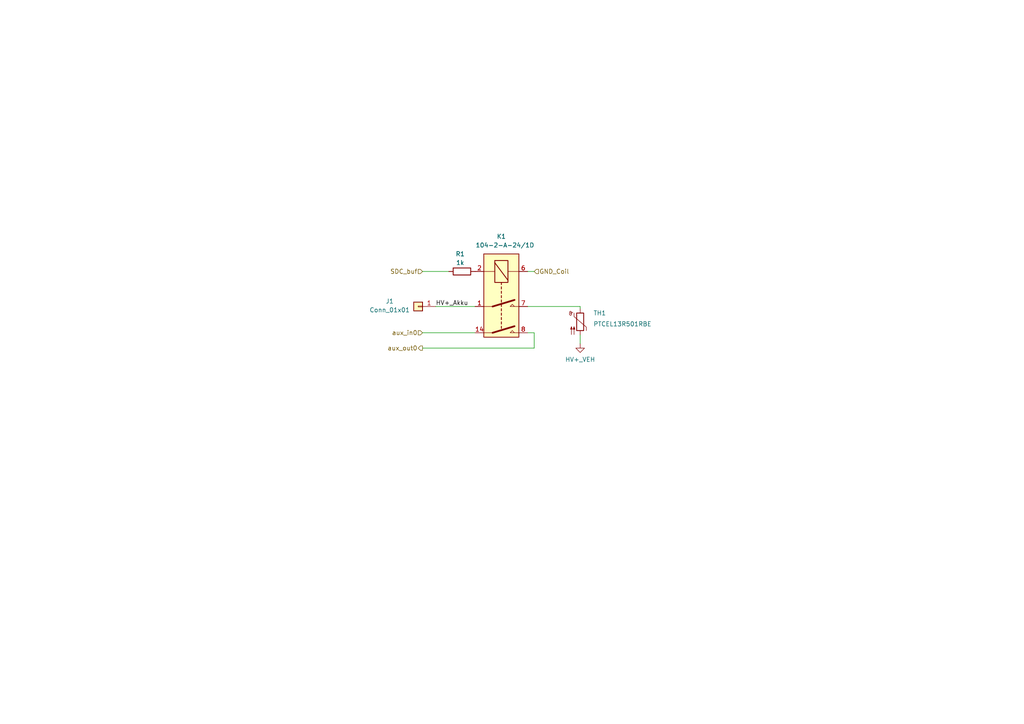
<source format=kicad_sch>
(kicad_sch
	(version 20231120)
	(generator "eeschema")
	(generator_version "8.0")
	(uuid "ab3adbd4-6086-4416-bada-760da338c591")
	(paper "A4")
	(lib_symbols
		(symbol "Connector_Generic:Conn_01x01"
			(pin_names
				(offset 1.016) hide)
			(exclude_from_sim no)
			(in_bom yes)
			(on_board yes)
			(property "Reference" "J"
				(at 0 2.54 0)
				(effects
					(font
						(size 1.27 1.27)
					)
				)
			)
			(property "Value" "Conn_01x01"
				(at 0 -2.54 0)
				(effects
					(font
						(size 1.27 1.27)
					)
				)
			)
			(property "Footprint" ""
				(at 0 0 0)
				(effects
					(font
						(size 1.27 1.27)
					)
					(hide yes)
				)
			)
			(property "Datasheet" "~"
				(at 0 0 0)
				(effects
					(font
						(size 1.27 1.27)
					)
					(hide yes)
				)
			)
			(property "Description" "Generic connector, single row, 01x01, script generated (kicad-library-utils/schlib/autogen/connector/)"
				(at 0 0 0)
				(effects
					(font
						(size 1.27 1.27)
					)
					(hide yes)
				)
			)
			(property "ki_keywords" "connector"
				(at 0 0 0)
				(effects
					(font
						(size 1.27 1.27)
					)
					(hide yes)
				)
			)
			(property "ki_fp_filters" "Connector*:*_1x??_*"
				(at 0 0 0)
				(effects
					(font
						(size 1.27 1.27)
					)
					(hide yes)
				)
			)
			(symbol "Conn_01x01_1_1"
				(rectangle
					(start -1.27 0.127)
					(end 0 -0.127)
					(stroke
						(width 0.1524)
						(type default)
					)
					(fill
						(type none)
					)
				)
				(rectangle
					(start -1.27 1.27)
					(end 1.27 -1.27)
					(stroke
						(width 0.254)
						(type default)
					)
					(fill
						(type background)
					)
				)
				(pin passive line
					(at -5.08 0 0)
					(length 3.81)
					(name "Pin_1"
						(effects
							(font
								(size 1.27 1.27)
							)
						)
					)
					(number "1"
						(effects
							(font
								(size 1.27 1.27)
							)
						)
					)
				)
			)
		)
		(symbol "Device:R"
			(pin_numbers hide)
			(pin_names
				(offset 0)
			)
			(exclude_from_sim no)
			(in_bom yes)
			(on_board yes)
			(property "Reference" "R"
				(at 2.032 0 90)
				(effects
					(font
						(size 1.27 1.27)
					)
				)
			)
			(property "Value" "R"
				(at 0 0 90)
				(effects
					(font
						(size 1.27 1.27)
					)
				)
			)
			(property "Footprint" ""
				(at -1.778 0 90)
				(effects
					(font
						(size 1.27 1.27)
					)
					(hide yes)
				)
			)
			(property "Datasheet" "~"
				(at 0 0 0)
				(effects
					(font
						(size 1.27 1.27)
					)
					(hide yes)
				)
			)
			(property "Description" "Resistor"
				(at 0 0 0)
				(effects
					(font
						(size 1.27 1.27)
					)
					(hide yes)
				)
			)
			(property "ki_keywords" "R res resistor"
				(at 0 0 0)
				(effects
					(font
						(size 1.27 1.27)
					)
					(hide yes)
				)
			)
			(property "ki_fp_filters" "R_*"
				(at 0 0 0)
				(effects
					(font
						(size 1.27 1.27)
					)
					(hide yes)
				)
			)
			(symbol "R_0_1"
				(rectangle
					(start -1.016 -2.54)
					(end 1.016 2.54)
					(stroke
						(width 0.254)
						(type default)
					)
					(fill
						(type none)
					)
				)
			)
			(symbol "R_1_1"
				(pin passive line
					(at 0 3.81 270)
					(length 1.27)
					(name "~"
						(effects
							(font
								(size 1.27 1.27)
							)
						)
					)
					(number "1"
						(effects
							(font
								(size 1.27 1.27)
							)
						)
					)
				)
				(pin passive line
					(at 0 -3.81 90)
					(length 1.27)
					(name "~"
						(effects
							(font
								(size 1.27 1.27)
							)
						)
					)
					(number "2"
						(effects
							(font
								(size 1.27 1.27)
							)
						)
					)
				)
			)
		)
		(symbol "Device:Thermistor_PTC"
			(pin_numbers hide)
			(pin_names
				(offset 0)
			)
			(exclude_from_sim no)
			(in_bom yes)
			(on_board yes)
			(property "Reference" "TH"
				(at -4.064 0 90)
				(effects
					(font
						(size 1.27 1.27)
					)
				)
			)
			(property "Value" "Thermistor_PTC"
				(at 3.048 0 90)
				(effects
					(font
						(size 1.27 1.27)
					)
				)
			)
			(property "Footprint" ""
				(at 1.27 -5.08 0)
				(effects
					(font
						(size 1.27 1.27)
					)
					(justify left)
					(hide yes)
				)
			)
			(property "Datasheet" "~"
				(at 0 0 0)
				(effects
					(font
						(size 1.27 1.27)
					)
					(hide yes)
				)
			)
			(property "Description" "Temperature dependent resistor, positive temperature coefficient"
				(at 0 0 0)
				(effects
					(font
						(size 1.27 1.27)
					)
					(hide yes)
				)
			)
			(property "ki_keywords" "resistor PTC thermistor sensor RTD"
				(at 0 0 0)
				(effects
					(font
						(size 1.27 1.27)
					)
					(hide yes)
				)
			)
			(property "ki_fp_filters" "*PTC* *Thermistor* PIN?ARRAY* bornier* *Terminal?Block* R_*"
				(at 0 0 0)
				(effects
					(font
						(size 1.27 1.27)
					)
					(hide yes)
				)
			)
			(symbol "Thermistor_PTC_0_1"
				(arc
					(start -3.048 2.159)
					(mid -3.0495 2.3143)
					(end -3.175 2.413)
					(stroke
						(width 0)
						(type default)
					)
					(fill
						(type none)
					)
				)
				(arc
					(start -3.048 2.159)
					(mid -2.9736 1.9794)
					(end -2.794 1.905)
					(stroke
						(width 0)
						(type default)
					)
					(fill
						(type none)
					)
				)
				(arc
					(start -3.048 2.794)
					(mid -2.9736 2.6144)
					(end -2.794 2.54)
					(stroke
						(width 0)
						(type default)
					)
					(fill
						(type none)
					)
				)
				(arc
					(start -2.794 1.905)
					(mid -2.6144 1.9794)
					(end -2.54 2.159)
					(stroke
						(width 0)
						(type default)
					)
					(fill
						(type none)
					)
				)
				(arc
					(start -2.794 2.54)
					(mid -2.4393 2.5587)
					(end -2.159 2.794)
					(stroke
						(width 0)
						(type default)
					)
					(fill
						(type none)
					)
				)
				(arc
					(start -2.794 3.048)
					(mid -2.9736 2.9736)
					(end -3.048 2.794)
					(stroke
						(width 0)
						(type default)
					)
					(fill
						(type none)
					)
				)
				(arc
					(start -2.54 2.794)
					(mid -2.6144 2.9736)
					(end -2.794 3.048)
					(stroke
						(width 0)
						(type default)
					)
					(fill
						(type none)
					)
				)
				(rectangle
					(start -1.016 2.54)
					(end 1.016 -2.54)
					(stroke
						(width 0.254)
						(type default)
					)
					(fill
						(type none)
					)
				)
				(polyline
					(pts
						(xy -2.54 2.159) (xy -2.54 2.794)
					)
					(stroke
						(width 0)
						(type default)
					)
					(fill
						(type none)
					)
				)
				(polyline
					(pts
						(xy -1.778 2.54) (xy -1.778 1.524) (xy 1.778 -1.524) (xy 1.778 -2.54)
					)
					(stroke
						(width 0)
						(type default)
					)
					(fill
						(type none)
					)
				)
				(polyline
					(pts
						(xy -2.54 -3.683) (xy -2.54 -1.397) (xy -2.794 -2.159) (xy -2.286 -2.159) (xy -2.54 -1.397) (xy -2.54 -1.651)
					)
					(stroke
						(width 0)
						(type default)
					)
					(fill
						(type outline)
					)
				)
				(polyline
					(pts
						(xy -1.778 -3.683) (xy -1.778 -1.397) (xy -2.032 -2.159) (xy -1.524 -2.159) (xy -1.778 -1.397)
						(xy -1.778 -1.651)
					)
					(stroke
						(width 0)
						(type default)
					)
					(fill
						(type outline)
					)
				)
			)
			(symbol "Thermistor_PTC_1_1"
				(pin passive line
					(at 0 3.81 270)
					(length 1.27)
					(name "~"
						(effects
							(font
								(size 1.27 1.27)
							)
						)
					)
					(number "1"
						(effects
							(font
								(size 1.27 1.27)
							)
						)
					)
				)
				(pin passive line
					(at 0 -3.81 90)
					(length 1.27)
					(name "~"
						(effects
							(font
								(size 1.27 1.27)
							)
						)
					)
					(number "2"
						(effects
							(font
								(size 1.27 1.27)
							)
						)
					)
				)
			)
		)
		(symbol "Relay:DIPxx-2Axx-21x"
			(exclude_from_sim no)
			(in_bom yes)
			(on_board yes)
			(property "Reference" "K"
				(at 12.7 3.81 0)
				(effects
					(font
						(size 1.27 1.27)
					)
					(justify left)
				)
			)
			(property "Value" "DIPxx-2Axx-21x"
				(at 12.7 1.27 0)
				(effects
					(font
						(size 1.27 1.27)
					)
					(justify left)
				)
			)
			(property "Footprint" "Relay_THT:Relay_StandexMeder_DIP_LowProfile"
				(at 12.7 -1.27 0)
				(effects
					(font
						(size 1.27 1.27)
					)
					(justify left)
					(hide yes)
				)
			)
			(property "Datasheet" "https://standexelectronics.com/wp-content/uploads/datasheet_reed_relay_DIP.pdf"
				(at 0 0 0)
				(effects
					(font
						(size 1.27 1.27)
					)
					(hide yes)
				)
			)
			(property "Description" "Standex Meder DIP reed relay, DPST, Closing Contacts"
				(at 0 0 0)
				(effects
					(font
						(size 1.27 1.27)
					)
					(hide yes)
				)
			)
			(property "ki_keywords" "Single Pole Reed Relay DPST"
				(at 0 0 0)
				(effects
					(font
						(size 1.27 1.27)
					)
					(hide yes)
				)
			)
			(property "ki_fp_filters" "Relay*StandexMeder*DIP*LowProfile*"
				(at 0 0 0)
				(effects
					(font
						(size 1.27 1.27)
					)
					(hide yes)
				)
			)
			(symbol "DIPxx-2Axx-21x_0_0"
				(polyline
					(pts
						(xy 2.54 5.08) (xy 2.54 2.54) (xy 1.905 3.175) (xy 2.54 3.81)
					)
					(stroke
						(width 0)
						(type default)
					)
					(fill
						(type none)
					)
				)
				(polyline
					(pts
						(xy 10.16 5.08) (xy 10.16 2.54) (xy 9.525 3.175) (xy 10.16 3.81)
					)
					(stroke
						(width 0)
						(type default)
					)
					(fill
						(type none)
					)
				)
			)
			(symbol "DIPxx-2Axx-21x_0_1"
				(rectangle
					(start -12.7 5.08)
					(end 11.43 -5.08)
					(stroke
						(width 0.254)
						(type default)
					)
					(fill
						(type background)
					)
				)
				(rectangle
					(start -10.795 1.905)
					(end -4.445 -1.905)
					(stroke
						(width 0.254)
						(type default)
					)
					(fill
						(type none)
					)
				)
				(polyline
					(pts
						(xy -10.16 -1.905) (xy -5.08 1.905)
					)
					(stroke
						(width 0.254)
						(type default)
					)
					(fill
						(type none)
					)
				)
				(polyline
					(pts
						(xy -7.62 -5.08) (xy -7.62 -1.905)
					)
					(stroke
						(width 0)
						(type default)
					)
					(fill
						(type none)
					)
				)
				(polyline
					(pts
						(xy -7.62 5.08) (xy -7.62 1.905)
					)
					(stroke
						(width 0)
						(type default)
					)
					(fill
						(type none)
					)
				)
				(polyline
					(pts
						(xy -4.445 0) (xy -3.81 0)
					)
					(stroke
						(width 0.254)
						(type default)
					)
					(fill
						(type none)
					)
				)
				(polyline
					(pts
						(xy -3.175 0) (xy -2.54 0)
					)
					(stroke
						(width 0.254)
						(type default)
					)
					(fill
						(type none)
					)
				)
				(polyline
					(pts
						(xy -1.905 0) (xy -1.27 0)
					)
					(stroke
						(width 0.254)
						(type default)
					)
					(fill
						(type none)
					)
				)
				(polyline
					(pts
						(xy -0.635 0) (xy 0 0)
					)
					(stroke
						(width 0.254)
						(type default)
					)
					(fill
						(type none)
					)
				)
				(polyline
					(pts
						(xy 0.635 0) (xy 1.27 0)
					)
					(stroke
						(width 0.254)
						(type default)
					)
					(fill
						(type none)
					)
				)
				(polyline
					(pts
						(xy 1.905 0) (xy 2.54 0)
					)
					(stroke
						(width 0.254)
						(type default)
					)
					(fill
						(type none)
					)
				)
				(polyline
					(pts
						(xy 2.54 -2.54) (xy 0.635 3.81)
					)
					(stroke
						(width 0.508)
						(type default)
					)
					(fill
						(type none)
					)
				)
				(polyline
					(pts
						(xy 2.54 -2.54) (xy 2.54 -5.08)
					)
					(stroke
						(width 0)
						(type default)
					)
					(fill
						(type none)
					)
				)
				(polyline
					(pts
						(xy 3.175 0) (xy 3.81 0)
					)
					(stroke
						(width 0.254)
						(type default)
					)
					(fill
						(type none)
					)
				)
				(polyline
					(pts
						(xy 4.445 0) (xy 5.08 0)
					)
					(stroke
						(width 0.254)
						(type default)
					)
					(fill
						(type none)
					)
				)
				(polyline
					(pts
						(xy 5.715 0) (xy 6.35 0)
					)
					(stroke
						(width 0.254)
						(type default)
					)
					(fill
						(type none)
					)
				)
				(polyline
					(pts
						(xy 6.985 0) (xy 7.62 0)
					)
					(stroke
						(width 0.254)
						(type default)
					)
					(fill
						(type none)
					)
				)
				(polyline
					(pts
						(xy 8.255 0) (xy 8.89 0)
					)
					(stroke
						(width 0.254)
						(type default)
					)
					(fill
						(type none)
					)
				)
				(polyline
					(pts
						(xy 10.16 -2.54) (xy 8.255 3.81)
					)
					(stroke
						(width 0.508)
						(type default)
					)
					(fill
						(type none)
					)
				)
				(polyline
					(pts
						(xy 10.16 -2.54) (xy 10.16 -5.08)
					)
					(stroke
						(width 0)
						(type default)
					)
					(fill
						(type none)
					)
				)
			)
			(symbol "DIPxx-2Axx-21x_1_1"
				(pin passive line
					(at 2.54 -7.62 90)
					(length 2.54)
					(name "~"
						(effects
							(font
								(size 1.27 1.27)
							)
						)
					)
					(number "1"
						(effects
							(font
								(size 1.27 1.27)
							)
						)
					)
				)
				(pin passive line
					(at 10.16 -7.62 90)
					(length 2.54)
					(name "~"
						(effects
							(font
								(size 1.27 1.27)
							)
						)
					)
					(number "14"
						(effects
							(font
								(size 1.27 1.27)
							)
						)
					)
				)
				(pin passive line
					(at -7.62 -7.62 90)
					(length 2.54)
					(name "~"
						(effects
							(font
								(size 1.27 1.27)
							)
						)
					)
					(number "2"
						(effects
							(font
								(size 1.27 1.27)
							)
						)
					)
				)
				(pin passive line
					(at -7.62 7.62 270)
					(length 2.54)
					(name "~"
						(effects
							(font
								(size 1.27 1.27)
							)
						)
					)
					(number "6"
						(effects
							(font
								(size 1.27 1.27)
							)
						)
					)
				)
				(pin passive line
					(at 2.54 7.62 270)
					(length 2.54)
					(name "~"
						(effects
							(font
								(size 1.27 1.27)
							)
						)
					)
					(number "7"
						(effects
							(font
								(size 1.27 1.27)
							)
						)
					)
				)
				(pin passive line
					(at 10.16 7.62 270)
					(length 2.54)
					(name "~"
						(effects
							(font
								(size 1.27 1.27)
							)
						)
					)
					(number "8"
						(effects
							(font
								(size 1.27 1.27)
							)
						)
					)
				)
			)
		)
		(symbol "power:GND"
			(power)
			(pin_numbers hide)
			(pin_names
				(offset 0) hide)
			(exclude_from_sim no)
			(in_bom yes)
			(on_board yes)
			(property "Reference" "#PWR"
				(at 0 -6.35 0)
				(effects
					(font
						(size 1.27 1.27)
					)
					(hide yes)
				)
			)
			(property "Value" "GND"
				(at 0 -3.81 0)
				(effects
					(font
						(size 1.27 1.27)
					)
				)
			)
			(property "Footprint" ""
				(at 0 0 0)
				(effects
					(font
						(size 1.27 1.27)
					)
					(hide yes)
				)
			)
			(property "Datasheet" ""
				(at 0 0 0)
				(effects
					(font
						(size 1.27 1.27)
					)
					(hide yes)
				)
			)
			(property "Description" "Power symbol creates a global label with name \"GND\" , ground"
				(at 0 0 0)
				(effects
					(font
						(size 1.27 1.27)
					)
					(hide yes)
				)
			)
			(property "ki_keywords" "global power"
				(at 0 0 0)
				(effects
					(font
						(size 1.27 1.27)
					)
					(hide yes)
				)
			)
			(symbol "GND_0_1"
				(polyline
					(pts
						(xy 0 0) (xy 0 -1.27) (xy 1.27 -1.27) (xy 0 -2.54) (xy -1.27 -1.27) (xy 0 -1.27)
					)
					(stroke
						(width 0)
						(type default)
					)
					(fill
						(type none)
					)
				)
			)
			(symbol "GND_1_1"
				(pin power_in line
					(at 0 0 270)
					(length 0)
					(name "~"
						(effects
							(font
								(size 1.27 1.27)
							)
						)
					)
					(number "1"
						(effects
							(font
								(size 1.27 1.27)
							)
						)
					)
				)
			)
		)
	)
	(wire
		(pts
			(xy 122.555 100.965) (xy 154.94 100.965)
		)
		(stroke
			(width 0)
			(type default)
		)
		(uuid "0946445e-3590-43de-8356-9407bd0c7239")
	)
	(wire
		(pts
			(xy 126.365 88.9) (xy 137.795 88.9)
		)
		(stroke
			(width 0)
			(type default)
		)
		(uuid "1c492851-2b03-4701-831f-894c06c1293a")
	)
	(wire
		(pts
			(xy 168.275 97.155) (xy 168.275 99.695)
		)
		(stroke
			(width 0)
			(type default)
		)
		(uuid "560725f2-ae0b-4258-a375-ce0271172c4c")
	)
	(wire
		(pts
			(xy 122.555 96.52) (xy 137.795 96.52)
		)
		(stroke
			(width 0)
			(type default)
		)
		(uuid "696fe033-35ec-48c0-b987-e48e8fdb4771")
	)
	(wire
		(pts
			(xy 153.035 96.52) (xy 154.94 96.52)
		)
		(stroke
			(width 0)
			(type default)
		)
		(uuid "7feffffa-7028-428e-9cf0-7e8e68d78cf2")
	)
	(wire
		(pts
			(xy 154.94 100.965) (xy 154.94 96.52)
		)
		(stroke
			(width 0)
			(type default)
		)
		(uuid "8a06dfa9-882e-4571-93a6-2c128cc1d5cd")
	)
	(wire
		(pts
			(xy 153.035 88.9) (xy 168.275 88.9)
		)
		(stroke
			(width 0)
			(type default)
		)
		(uuid "9e7b4a02-8dd3-4e17-98e5-f34eb40d3865")
	)
	(wire
		(pts
			(xy 154.94 78.74) (xy 153.035 78.74)
		)
		(stroke
			(width 0)
			(type default)
		)
		(uuid "9fd9c019-6e66-4b8e-aa14-4d6a4037205d")
	)
	(wire
		(pts
			(xy 122.555 78.74) (xy 130.175 78.74)
		)
		(stroke
			(width 0)
			(type default)
		)
		(uuid "cd7efedf-aea0-4bc2-a413-a118309c8cf9")
	)
	(wire
		(pts
			(xy 168.275 88.9) (xy 168.275 89.535)
		)
		(stroke
			(width 0)
			(type default)
		)
		(uuid "e305a466-88c6-4a11-a55f-5809935e48c8")
	)
	(label "HV+_Akku"
		(at 126.365 88.9 0)
		(fields_autoplaced yes)
		(effects
			(font
				(size 1.27 1.27)
			)
			(justify left bottom)
		)
		(uuid "be85d206-812d-4556-9f43-097bc8e499d5")
	)
	(hierarchical_label "aux_in0"
		(shape input)
		(at 122.555 96.52 180)
		(fields_autoplaced yes)
		(effects
			(font
				(size 1.27 1.27)
			)
			(justify right)
		)
		(uuid "008b92ed-d2f3-482b-990b-61e12a30c8e1")
	)
	(hierarchical_label "aux_out0"
		(shape output)
		(at 122.555 100.965 180)
		(fields_autoplaced yes)
		(effects
			(font
				(size 1.27 1.27)
			)
			(justify right)
		)
		(uuid "0a67077e-3689-4bd5-9cc2-f247d34e6eaa")
	)
	(hierarchical_label "GND_Coil"
		(shape input)
		(at 154.94 78.74 0)
		(fields_autoplaced yes)
		(effects
			(font
				(size 1.27 1.27)
			)
			(justify left)
		)
		(uuid "23718ef6-e7aa-46df-a6f0-03f911b7f378")
	)
	(hierarchical_label "SDC_buf"
		(shape input)
		(at 122.555 78.74 180)
		(fields_autoplaced yes)
		(effects
			(font
				(size 1.27 1.27)
			)
			(justify right)
		)
		(uuid "f44cf022-6e9e-40c8-baca-1f014611c801")
	)
	(symbol
		(lib_id "power:GND")
		(at 168.275 99.695 0)
		(unit 1)
		(exclude_from_sim no)
		(in_bom yes)
		(on_board yes)
		(dnp no)
		(uuid "5ba85c8a-e3d3-4af2-82b1-54ac8d7a2a31")
		(property "Reference" "#PWR01"
			(at 168.275 106.045 0)
			(effects
				(font
					(size 1.27 1.27)
				)
				(hide yes)
			)
		)
		(property "Value" "HV+_VEH"
			(at 168.275 104.267 0)
			(effects
				(font
					(size 1.27 1.27)
				)
			)
		)
		(property "Footprint" ""
			(at 168.275 99.695 0)
			(effects
				(font
					(size 1.27 1.27)
				)
				(hide yes)
			)
		)
		(property "Datasheet" ""
			(at 168.275 99.695 0)
			(effects
				(font
					(size 1.27 1.27)
				)
				(hide yes)
			)
		)
		(property "Description" "Power symbol creates a global label with name \"GND\" , ground"
			(at 168.275 99.695 0)
			(effects
				(font
					(size 1.27 1.27)
				)
				(hide yes)
			)
		)
		(pin "1"
			(uuid "6221a194-7ffe-4995-9004-6d2cc0832f9e")
		)
		(instances
			(project "precharge circuit"
				(path "/ab3adbd4-6086-4416-bada-760da338c591"
					(reference "#PWR01")
					(unit 1)
				)
			)
		)
	)
	(symbol
		(lib_id "Device:Thermistor_PTC")
		(at 168.275 93.345 0)
		(unit 1)
		(exclude_from_sim no)
		(in_bom yes)
		(on_board yes)
		(dnp no)
		(uuid "61a030b4-fd6e-468b-a491-f32d9e587c47")
		(property "Reference" "TH1"
			(at 172.085 90.805 0)
			(effects
				(font
					(size 1.27 1.27)
				)
				(justify left)
			)
		)
		(property "Value" "PTCEL13R501RBE"
			(at 172.085 93.98 0)
			(effects
				(font
					(size 1.27 1.27)
				)
				(justify left)
			)
		)
		(property "Footprint" "Connector_PinHeader_2.54mm:PinHeader_1x02_P2.54mm_Vertical"
			(at 169.545 98.425 0)
			(effects
				(font
					(size 1.27 1.27)
				)
				(justify left)
				(hide yes)
			)
		)
		(property "Datasheet" "https://www.vishay.com/docs/29165/ptcel_series.pdf"
			(at 168.275 93.345 0)
			(effects
				(font
					(size 1.27 1.27)
				)
				(hide yes)
			)
		)
		(property "Description" "Temperature dependent resistor, positive temperature coefficient"
			(at 168.275 93.345 0)
			(effects
				(font
					(size 1.27 1.27)
				)
				(hide yes)
			)
		)
		(pin "1"
			(uuid "4935214b-f7a1-4985-b0cb-94b82d1cb9f1")
		)
		(pin "2"
			(uuid "e8bbaa35-8d1e-4ae7-be74-0e312dafdff5")
		)
		(instances
			(project "precharge circuit"
				(path "/ab3adbd4-6086-4416-bada-760da338c591"
					(reference "TH1")
					(unit 1)
				)
			)
		)
	)
	(symbol
		(lib_id "Relay:DIPxx-2Axx-21x")
		(at 145.415 86.36 270)
		(unit 1)
		(exclude_from_sim no)
		(in_bom yes)
		(on_board yes)
		(dnp no)
		(uuid "66d08dfc-dfea-4def-b4c6-b019d019bb91")
		(property "Reference" "K1"
			(at 145.415 68.58 90)
			(effects
				(font
					(size 1.27 1.27)
				)
			)
		)
		(property "Value" "104-2-A-24/1D "
			(at 146.939 71.12 90)
			(effects
				(font
					(size 1.27 1.27)
				)
			)
		)
		(property "Footprint" "104-2-A-24_1D:1042A122D"
			(at 144.145 99.06 0)
			(effects
				(font
					(size 1.27 1.27)
				)
				(justify left)
				(hide yes)
			)
		)
		(property "Datasheet" "https://www.pickeringrelay.com/pdfs/104-high-voltage-sil-reed-relays.pdf"
			(at 145.415 86.36 0)
			(effects
				(font
					(size 1.27 1.27)
				)
				(hide yes)
			)
		)
		(property "Description" ""
			(at 145.415 86.36 0)
			(effects
				(font
					(size 1.27 1.27)
				)
				(hide yes)
			)
		)
		(pin "14"
			(uuid "b63e56b8-b308-4009-8c2e-51a6645580a0")
		)
		(pin "2"
			(uuid "f27f0233-3774-441b-93b7-ea5d180d7bfd")
		)
		(pin "1"
			(uuid "dd903215-d354-4a76-8b6e-c21208a54ae4")
		)
		(pin "8"
			(uuid "2bfd0c6f-39ce-4bd5-911e-31300bdd476e")
		)
		(pin "6"
			(uuid "967ff814-78bb-4715-a0c5-c7b88e97a89c")
		)
		(pin "7"
			(uuid "af183eb0-d776-443c-8957-9ad467eabfc8")
		)
		(instances
			(project "precharge circuit"
				(path "/ab3adbd4-6086-4416-bada-760da338c591"
					(reference "K1")
					(unit 1)
				)
			)
		)
	)
	(symbol
		(lib_id "Device:R")
		(at 133.985 78.74 90)
		(unit 1)
		(exclude_from_sim no)
		(in_bom yes)
		(on_board yes)
		(dnp no)
		(uuid "76f95f2b-690e-43b7-a4db-c6210375178f")
		(property "Reference" "R1"
			(at 133.477 73.66 90)
			(effects
				(font
					(size 1.27 1.27)
				)
			)
		)
		(property "Value" "1k"
			(at 133.477 76.2 90)
			(effects
				(font
					(size 1.27 1.27)
				)
			)
		)
		(property "Footprint" "Capacitor_SMD:C_0603_1608Metric"
			(at 133.985 80.518 90)
			(effects
				(font
					(size 1.27 1.27)
				)
				(hide yes)
			)
		)
		(property "Datasheet" "~"
			(at 133.985 78.74 0)
			(effects
				(font
					(size 1.27 1.27)
				)
				(hide yes)
			)
		)
		(property "Description" "Resistor"
			(at 133.985 78.74 0)
			(effects
				(font
					(size 1.27 1.27)
				)
				(hide yes)
			)
		)
		(pin "2"
			(uuid "0bce7d9f-f4fc-4926-9a4c-4b84cb94954a")
		)
		(pin "1"
			(uuid "3db50bc5-f113-4b3d-8402-828f65ea9a2b")
		)
		(instances
			(project "precharge circuit"
				(path "/ab3adbd4-6086-4416-bada-760da338c591"
					(reference "R1")
					(unit 1)
				)
			)
		)
	)
	(symbol
		(lib_id "Connector_Generic:Conn_01x01")
		(at 121.285 88.9 180)
		(unit 1)
		(exclude_from_sim no)
		(in_bom yes)
		(on_board yes)
		(dnp no)
		(uuid "f2f08241-376a-48fb-ba36-2f0db4362a14")
		(property "Reference" "J1"
			(at 113.03 87.376 0)
			(effects
				(font
					(size 1.27 1.27)
				)
			)
		)
		(property "Value" "Conn_01x01"
			(at 113.03 89.916 0)
			(effects
				(font
					(size 1.27 1.27)
				)
			)
		)
		(property "Footprint" ""
			(at 121.285 88.9 0)
			(effects
				(font
					(size 1.27 1.27)
				)
				(hide yes)
			)
		)
		(property "Datasheet" "~"
			(at 121.285 88.9 0)
			(effects
				(font
					(size 1.27 1.27)
				)
				(hide yes)
			)
		)
		(property "Description" "Generic connector, single row, 01x01, script generated (kicad-library-utils/schlib/autogen/connector/)"
			(at 121.285 88.9 0)
			(effects
				(font
					(size 1.27 1.27)
				)
				(hide yes)
			)
		)
		(pin "1"
			(uuid "5465a100-77c3-4e15-8838-c5826c216060")
		)
		(instances
			(project "precharge circuit"
				(path "/ab3adbd4-6086-4416-bada-760da338c591"
					(reference "J1")
					(unit 1)
				)
			)
		)
	)
	(sheet_instances
		(path "/"
			(page "1")
		)
	)
)

</source>
